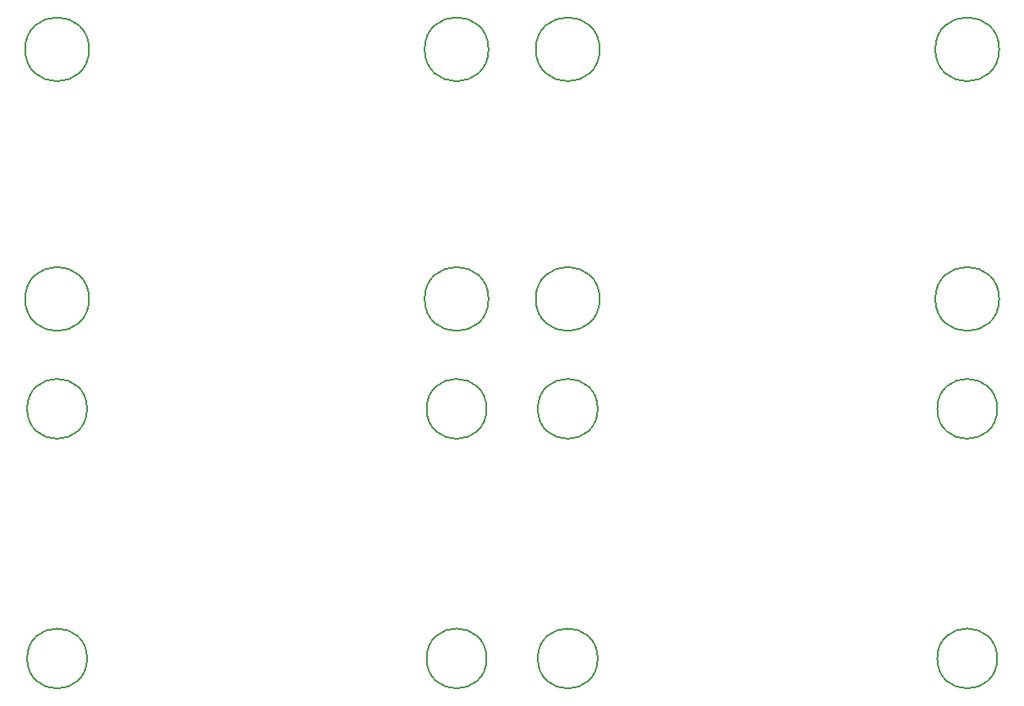
<source format=gbr>
%TF.GenerationSoftware,KiCad,Pcbnew,7.0.10*%
%TF.CreationDate,2024-03-02T22:01:54+01:00*%
%TF.ProjectId,explorer-panel_panelized,6578706c-6f72-4657-922d-70616e656c5f,rev?*%
%TF.SameCoordinates,Original*%
%TF.FileFunction,Other,Comment*%
%FSLAX46Y46*%
G04 Gerber Fmt 4.6, Leading zero omitted, Abs format (unit mm)*
G04 Created by KiCad (PCBNEW 7.0.10) date 2024-03-02 22:01:54*
%MOMM*%
%LPD*%
G01*
G04 APERTURE LIST*
%ADD10C,0.150000*%
G04 APERTURE END LIST*
D10*
%TO.C,.H3*%
X58192000Y-65000000D02*
G75*
G03*
X52192000Y-65000000I-3000000J0D01*
G01*
X52192000Y-65000000D02*
G75*
G03*
X58192000Y-65000000I3000000J0D01*
G01*
%TO.C,.H2*%
X47064000Y-40000000D02*
G75*
G03*
X41064000Y-40000000I-3000000J0D01*
G01*
X41064000Y-40000000D02*
G75*
G03*
X47064000Y-40000000I3000000J0D01*
G01*
%TO.C,H3*%
X47264000Y-29000000D02*
G75*
G03*
X40864000Y-29000000I-3200000J0D01*
G01*
X40864000Y-29000000D02*
G75*
G03*
X47264000Y-29000000I3200000J0D01*
G01*
%TO.C,H4*%
X7264000Y-29000000D02*
G75*
G03*
X864000Y-29000000I-3200000J0D01*
G01*
X864000Y-29000000D02*
G75*
G03*
X7264000Y-29000000I3200000J0D01*
G01*
%TO.C,H2*%
X98392000Y-4000000D02*
G75*
G03*
X91992000Y-4000000I-3200000J0D01*
G01*
X91992000Y-4000000D02*
G75*
G03*
X98392000Y-4000000I3200000J0D01*
G01*
%TO.C,.H4*%
X98192000Y-65000000D02*
G75*
G03*
X92192000Y-65000000I-3000000J0D01*
G01*
X92192000Y-65000000D02*
G75*
G03*
X98192000Y-65000000I3000000J0D01*
G01*
%TO.C,.H1*%
X58192000Y-40000000D02*
G75*
G03*
X52192000Y-40000000I-3000000J0D01*
G01*
X52192000Y-40000000D02*
G75*
G03*
X58192000Y-40000000I3000000J0D01*
G01*
%TO.C,H4*%
X58392000Y-29000000D02*
G75*
G03*
X51992000Y-29000000I-3200000J0D01*
G01*
X51992000Y-29000000D02*
G75*
G03*
X58392000Y-29000000I3200000J0D01*
G01*
%TO.C,.H2*%
X98192000Y-40000000D02*
G75*
G03*
X92192000Y-40000000I-3000000J0D01*
G01*
X92192000Y-40000000D02*
G75*
G03*
X98192000Y-40000000I3000000J0D01*
G01*
%TO.C,.H1*%
X7064000Y-40000000D02*
G75*
G03*
X1064000Y-40000000I-3000000J0D01*
G01*
X1064000Y-40000000D02*
G75*
G03*
X7064000Y-40000000I3000000J0D01*
G01*
%TO.C,.H4*%
X47064000Y-65000000D02*
G75*
G03*
X41064000Y-65000000I-3000000J0D01*
G01*
X41064000Y-65000000D02*
G75*
G03*
X47064000Y-65000000I3000000J0D01*
G01*
%TO.C,H2*%
X47264000Y-4000000D02*
G75*
G03*
X40864000Y-4000000I-3200000J0D01*
G01*
X40864000Y-4000000D02*
G75*
G03*
X47264000Y-4000000I3200000J0D01*
G01*
%TO.C,H1*%
X7264000Y-4000000D02*
G75*
G03*
X864000Y-4000000I-3200000J0D01*
G01*
X864000Y-4000000D02*
G75*
G03*
X7264000Y-4000000I3200000J0D01*
G01*
%TO.C,.H3*%
X7064000Y-65000000D02*
G75*
G03*
X1064000Y-65000000I-3000000J0D01*
G01*
X1064000Y-65000000D02*
G75*
G03*
X7064000Y-65000000I3000000J0D01*
G01*
%TO.C,H1*%
X58392000Y-4000000D02*
G75*
G03*
X51992000Y-4000000I-3200000J0D01*
G01*
X51992000Y-4000000D02*
G75*
G03*
X58392000Y-4000000I3200000J0D01*
G01*
%TO.C,H3*%
X98392000Y-29000000D02*
G75*
G03*
X91992000Y-29000000I-3200000J0D01*
G01*
X91992000Y-29000000D02*
G75*
G03*
X98392000Y-29000000I3200000J0D01*
G01*
%TD*%
M02*

</source>
